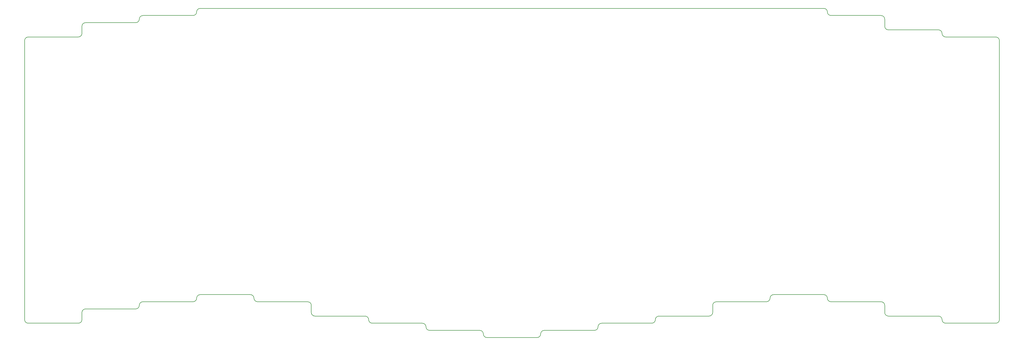
<source format=gbr>
%TF.GenerationSoftware,KiCad,Pcbnew,(5.0.1-3-g963ef8bb5)*%
%TF.CreationDate,2018-12-14T10:53:24-08:00*%
%TF.ProjectId,bb1,6262312E6B696361645F706362000000,rev?*%
%TF.SameCoordinates,Original*%
%TF.FileFunction,Profile,NP*%
%FSLAX46Y46*%
G04 Gerber Fmt 4.6, Leading zero omitted, Abs format (unit mm)*
G04 Created by KiCad (PCBNEW (5.0.1-3-g963ef8bb5)) date Friday, December 14, 2018 at 10:53:24 AM*
%MOMM*%
%LPD*%
G01*
G04 APERTURE LIST*
%ADD10C,0.150000*%
G04 APERTURE END LIST*
D10*
X266906250Y-31687500D02*
X88968750Y-31687500D01*
X283968750Y-31687500D02*
X266906250Y-31687500D01*
X303468750Y-34125000D02*
X286406250Y-34125000D01*
X304687500Y-35343750D02*
X304687500Y-37781250D01*
X343687500Y-137718750D02*
X343687500Y-42656250D01*
X325406250Y-138937500D02*
X342468750Y-138937500D01*
X305906250Y-136500000D02*
X322968750Y-136500000D01*
X304687500Y-132843750D02*
X304687500Y-135281250D01*
X286406250Y-131625000D02*
X303468750Y-131625000D01*
X266906250Y-129187500D02*
X283968750Y-129187500D01*
X247406250Y-131625000D02*
X264468750Y-131625000D01*
X246187500Y-132843750D02*
X246187500Y-135281250D01*
X227906250Y-136500000D02*
X244968750Y-136500000D01*
X208406250Y-138937500D02*
X225468750Y-138937500D01*
X188906250Y-141375000D02*
X205968750Y-141375000D01*
X169406250Y-143812500D02*
X186468750Y-143812500D01*
X149906250Y-141375000D02*
X166968750Y-141375000D01*
X130406250Y-138937500D02*
X147468750Y-138937500D01*
X127968750Y-136500000D02*
G75*
G02X129187500Y-137718750I0J-1218750D01*
G01*
X110906250Y-136500000D02*
X127968750Y-136500000D01*
X109687500Y-132843750D02*
X109687500Y-135281250D01*
X91406250Y-131625000D02*
X108468750Y-131625000D01*
X71906250Y-129187500D02*
X88968750Y-129187500D01*
X52406250Y-131625000D02*
X69468750Y-131625000D01*
X32906250Y-134062500D02*
X49968750Y-134062500D01*
X31687500Y-135281250D02*
X31687500Y-137718750D01*
X13406250Y-138937500D02*
X30468750Y-138937500D01*
X12187500Y-42656250D02*
X12187500Y-137718750D01*
X52406250Y-34125000D02*
X69468750Y-34125000D01*
X32906250Y-36562500D02*
X49968750Y-36562500D01*
X31687500Y-37781250D02*
X31687500Y-40218750D01*
X13406250Y-41437500D02*
X30468750Y-41437500D01*
X12187500Y-42656250D02*
G75*
G02X13406250Y-41437500I1218750J0D01*
G01*
X31687500Y-40218750D02*
G75*
G02X30468750Y-41437500I-1218750J0D01*
G01*
X31687500Y-37781250D02*
G75*
G02X32906250Y-36562500I1218750J0D01*
G01*
X51187500Y-35343750D02*
G75*
G02X49968750Y-36562500I-1218750J0D01*
G01*
X51187500Y-35343750D02*
G75*
G02X52406250Y-34125000I1218750J0D01*
G01*
X70687500Y-32906250D02*
G75*
G02X69468750Y-34125000I-1218750J0D01*
G01*
X70687500Y-32906250D02*
G75*
G02X71906250Y-31687500I1218750J0D01*
G01*
X88968750Y-31687500D02*
X71906250Y-31687500D01*
X343687500Y-137718750D02*
G75*
G02X342468750Y-138937500I-1218750J0D01*
G01*
X325406250Y-138937500D02*
G75*
G02X324187500Y-137718750I0J1218750D01*
G01*
X322968750Y-136500000D02*
G75*
G02X324187500Y-137718750I0J-1218750D01*
G01*
X305906250Y-136500000D02*
G75*
G02X304687500Y-135281250I0J1218750D01*
G01*
X303468750Y-131625000D02*
G75*
G02X304687500Y-132843750I0J-1218750D01*
G01*
X286406250Y-131625000D02*
G75*
G02X285187500Y-130406250I0J1218750D01*
G01*
X283968750Y-129187500D02*
G75*
G02X285187500Y-130406250I0J-1218750D01*
G01*
X265687500Y-130406250D02*
G75*
G02X266906250Y-129187500I1218750J0D01*
G01*
X265687500Y-130406250D02*
G75*
G02X264468750Y-131625000I-1218750J0D01*
G01*
X246187500Y-132843750D02*
G75*
G02X247406250Y-131625000I1218750J0D01*
G01*
X246187500Y-135281250D02*
G75*
G02X244968750Y-136500000I-1218750J0D01*
G01*
X226687500Y-137718750D02*
G75*
G02X227906250Y-136500000I1218750J0D01*
G01*
X226687500Y-137718750D02*
G75*
G02X225468750Y-138937500I-1218750J0D01*
G01*
X207187500Y-140156250D02*
G75*
G02X208406250Y-138937500I1218750J0D01*
G01*
X207187500Y-140156250D02*
G75*
G02X205968750Y-141375000I-1218750J0D01*
G01*
X187687500Y-142593750D02*
G75*
G02X188906250Y-141375000I1218750J0D01*
G01*
X187687500Y-142593750D02*
G75*
G02X186468750Y-143812500I-1218750J0D01*
G01*
X166968750Y-141375000D02*
G75*
G02X168187500Y-142593750I0J-1218750D01*
G01*
X147468750Y-138937500D02*
G75*
G02X148687500Y-140156250I0J-1218750D01*
G01*
X108468750Y-131625000D02*
G75*
G02X109687500Y-132843750I0J-1218750D01*
G01*
X88968750Y-129187500D02*
G75*
G02X90187500Y-130406250I0J-1218750D01*
G01*
X70687500Y-130406250D02*
G75*
G02X71906250Y-129187500I1218750J0D01*
G01*
X51187500Y-132843750D02*
G75*
G02X52406250Y-131625000I1218750J0D01*
G01*
X31687500Y-135281250D02*
G75*
G02X32906250Y-134062500I1218750J0D01*
G01*
X31687500Y-137718750D02*
G75*
G02X30468750Y-138937500I-1218750J0D01*
G01*
X70687500Y-130406250D02*
G75*
G02X69468750Y-131625000I-1218750J0D01*
G01*
X51187500Y-132843750D02*
G75*
G02X49968750Y-134062500I-1218750J0D01*
G01*
X91406250Y-131625000D02*
G75*
G02X90187500Y-130406250I0J1218750D01*
G01*
X110906250Y-136500000D02*
G75*
G02X109687500Y-135281250I0J1218750D01*
G01*
X13406250Y-138937500D02*
G75*
G02X12187500Y-137718750I0J1218750D01*
G01*
X130406250Y-138937500D02*
G75*
G02X129187500Y-137718750I0J1218750D01*
G01*
X149906250Y-141375000D02*
G75*
G02X148687500Y-140156250I0J1218750D01*
G01*
X169406250Y-143812500D02*
G75*
G02X168187500Y-142593750I0J1218750D01*
G01*
X286406250Y-34125000D02*
G75*
G02X285187500Y-32906250I0J1218750D01*
G01*
X305906250Y-39000000D02*
G75*
G02X304687500Y-37781250I0J1218750D01*
G01*
X283968750Y-31687500D02*
G75*
G02X285187500Y-32906250I0J-1218750D01*
G01*
X303468750Y-34125000D02*
G75*
G02X304687500Y-35343750I0J-1218750D01*
G01*
X325406250Y-41437500D02*
G75*
G02X324187500Y-40218750I0J1218750D01*
G01*
X322968750Y-39000000D02*
G75*
G02X324187500Y-40218750I0J-1218750D01*
G01*
X305906250Y-39000000D02*
X322968750Y-39000000D01*
X342468750Y-41437500D02*
G75*
G02X343687500Y-42656250I0J-1218750D01*
G01*
X325406250Y-41437500D02*
X342468750Y-41437500D01*
M02*

</source>
